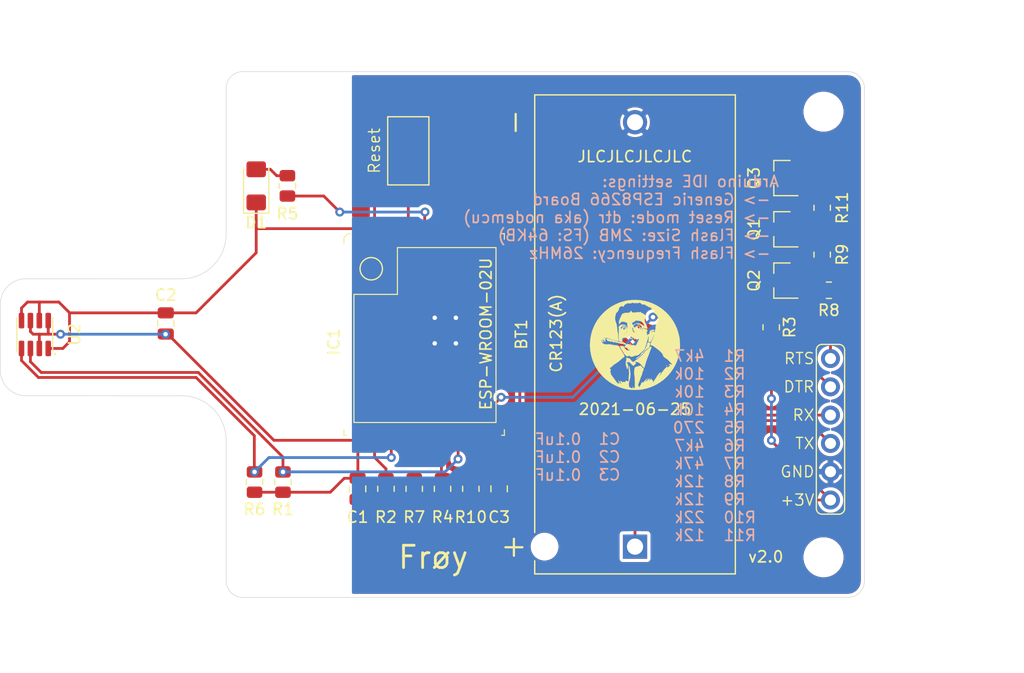
<source format=kicad_pcb>
(kicad_pcb (version 20171130) (host pcbnew "(5.1.10)-1")
  (layers (0 F.Cu signal) (31 B.Cu signal) (34 B.Paste user) (35 F.Paste user) (36 B.SilkS user) (37 F.SilkS user) (38 B.Mask user) (39 F.Mask user) (44 Edge.Cuts user))
  (net 0 "")
  (net 1 GNDREF)
  (net 2 +3V3)
  (net 3 "Net-(IC1-Pad2)")
  (net 4 /BATT_SENS)
  (net 5 "Net-(D1-Pad2)")
  (net 6 /I2C_CLK)
  (net 7 "Net-(IC1-Pad6)")
  (net 8 /I2C_SDA)
  (net 9 /IO0)
  (net 10 /WAKE_UP)
  (net 11 /RST)
  (net 12 /LED)
  (net 13 /TXD)
  (net 14 /RXD)
  (net 15 /RTS)
  (net 16 /DTR)
  (net 17 "Net-(Q1-Pad1)")
  (net 18 "Net-(Q2-Pad1)")
  (net 19 "Net-(Q3-Pad1)")
  (module xrstf:PinHeader_1x06_P2.54mm_Vertical (layer F.Cu) (at 106.025 63.86 180)
    (fp_text reference J1 hide)
    (fp_text value Conn_01x06)
    (pad 1 thru_hole circle (at 0 0 180) (size 1.7 1.7) (drill 1) (layers *.Cu *.Mask) (net 2 +3V3))
    (pad 6 thru_hole oval (at 0 12.7 180) (size 1.7 1.7) (drill 1) (layers *.Cu *.Mask) (net 15 /RTS))
    (pad 5 thru_hole oval (at 0 10.16 180) (size 1.7 1.7) (drill 1) (layers *.Cu *.Mask) (net 16 /DTR))
    (pad 4 thru_hole oval (at 0 7.62 180) (size 1.7 1.7) (drill 1) (layers *.Cu *.Mask) (net 14 /RXD))
    (pad 3 thru_hole oval (at 0 5.08 180) (size 1.7 1.7) (drill 1) (layers *.Cu *.Mask) (net 13 /TXD))
    (pad 2 thru_hole oval (at 0 2.54 180) (size 1.7 1.7) (drill 1) (layers *.Cu *.Mask) (net 1 GNDREF))
  )
  (module xrstf:BME280_680_BMP280 (layer F.Cu) (at 34.605 49.0045 270)
    (fp_text reference U2 (at -0.0045 -3.55 90) (layer F.SilkS))
    (fp_text value BME280)
    (pad 1 smd roundrect (at 1.25 -1.2 180) (size 0.5 1.4) (layers F.Cu F.Paste F.Mask) (net 1 GNDREF))
    (pad 2 smd roundrect (at 1.25 -0.4 180) (size 0.5 1.4) (layers F.Cu F.Paste F.Mask) (net 2 +3V3))
    (pad 3 smd roundrect (at 1.25 0.4 180) (size 0.5 1.4) (layers F.Cu F.Paste F.Mask) (net 8 /I2C_SDA))
    (pad 4 smd roundrect (at 1.25 1.2 180) (size 0.5 1.4) (layers F.Cu F.Paste F.Mask) (net 6 /I2C_CLK))
    (pad 5 smd roundrect (at -1.25 1.2 180) (size 0.5 1.4) (layers F.Cu F.Paste F.Mask) (net 1 GNDREF))
    (pad 6 smd roundrect (at -1.25 0.4 180) (size 0.5 1.4) (layers F.Cu F.Paste F.Mask) (net 2 +3V3))
    (pad 7 smd roundrect (at -1.25 -0.4 180) (size 0.5 1.4) (layers F.Cu F.Paste F.Mask) (net 1 GNDREF))
    (pad 8 smd roundrect (at -1.25 -1.2 180) (size 0.5 1.4) (layers F.Cu F.Paste F.Mask) (net 2 +3V3))
  )
  (module xrstf:ESP-WROOM-02U (layer F.Cu) (at 69.6 49.6 90)
    (fp_text reference IC1 (at -0.05 -8.165 270) (layer F.SilkS))
    (fp_text value ESP-WROOM-02U__4MB_)
    (fp_text user ESP-WROOM-02U (at 0.65 5.5 90) (layer F.SilkS))
    (pad 19 smd rect (at 0.95 1.8 90) (size 4 4) (layers F.Cu F.Paste F.Mask) (net 1 GNDREF))
    (pad 1 smd rect (at -8.9 -6 90) (size 1.5 0.9) (layers F.Cu F.Paste F.Mask) (net 2 +3V3))
    (pad 2 smd rect (at -8.9 -4.5 90) (size 1.5 0.9) (layers F.Cu F.Paste F.Mask) (net 3 "Net-(IC1-Pad2)"))
    (pad 3 smd rect (at -8.9 -3 90) (size 1.5 0.9) (layers F.Cu F.Paste F.Mask) (net 6 /I2C_CLK))
    (pad 4 smd rect (at -8.9 -1.5 90) (size 1.5 0.9) (layers F.Cu F.Paste F.Mask))
    (pad 5 smd rect (at -8.9 0 90) (size 1.5 0.9) (layers F.Cu F.Paste F.Mask))
    (pad 6 smd rect (at -8.9 1.5 90) (size 1.5 0.9) (layers F.Cu F.Paste F.Mask) (net 7 "Net-(IC1-Pad6)"))
    (pad 7 smd rect (at -8.9 3 90) (size 1.5 0.9) (layers F.Cu F.Paste F.Mask) (net 8 /I2C_SDA))
    (pad 8 smd rect (at -8.9 4.5 90) (size 1.5 0.9) (layers F.Cu F.Paste F.Mask) (net 9 /IO0))
    (pad 9 smd rect (at -8.9 6 90) (size 1.5 0.9) (layers F.Cu F.Paste F.Mask) (net 1 GNDREF))
    (pad 18 smd rect (at 10.1 -6 90) (size 1.5 0.9) (layers F.Cu F.Paste F.Mask) (net 1 GNDREF))
    (pad 17 smd rect (at 10.1 -4.5 90) (size 1.5 0.9) (layers F.Cu F.Paste F.Mask) (net 10 /WAKE_UP))
    (pad 16 smd rect (at 10.1 -3 90) (size 1.5 0.9) (layers F.Cu F.Paste F.Mask) (net 4 /BATT_SENS))
    (pad 15 smd rect (at 10.1 -1.5 90) (size 1.5 0.9) (layers F.Cu F.Paste F.Mask) (net 11 /RST))
    (pad 10 smd rect (at 10.1 6 90) (size 1.5 0.9) (layers F.Cu F.Paste F.Mask))
    (pad 13 smd rect (at 10.1 1.5 90) (size 1.5 0.9) (layers F.Cu F.Paste F.Mask) (net 1 GNDREF))
    (pad 14 smd rect (at 10.1 0 90) (size 1.5 0.9) (layers F.Cu F.Paste F.Mask) (net 12 /LED))
    (pad 12 smd rect (at 10.1 3 90) (size 1.5 0.9) (layers F.Cu F.Paste F.Mask) (net 13 /TXD))
    (pad 11 smd rect (at 10.1 4.5 90) (size 1.5 0.9) (layers F.Cu F.Paste F.Mask) (net 14 /RXD))
  )
  (module xrstf:CR123A_Holder_ThroughHole (layer F.Cu) (at 88.48 48.9945 90)
    (fp_text reference BT1 (at 0 -10.2 90) (layer F.SilkS))
    (fp_text value CR123A)
    (fp_text user + (at -19.1055 -11.025 90) (layer F.SilkS) (effects (font (size 2 2) (thickness 0.2))))
    (fp_text user - (at 19.0245 -10.865 90) (layer F.SilkS) (effects (font (size 2 2) (thickness 0.2))))
    (pad 1 thru_hole rect (at -19.05 0 90) (size 2.175 2.175) (drill 1.45) (layers *.Cu *.Mask) (net 2 +3V3))
    (pad 2 thru_hole circle (at 19.05 0 90) (size 2.175 2.175) (drill 1.45) (layers *.Cu *.Mask) (net 1 GNDREF))
    (pad None np_thru_hole circle (at -19.05 -8.12 90) (size 1.9 1.9) (drill 1.9) (layers *.Cu *.Mask))
  )
  (module xrstf:groucho (layer F.Cu) (at 88.473177 49.93)
    (fp_text reference G*** hide)
    (fp_text value LOGO hide)
  )
  (module Resistor_SMD:R_0805_2012Metric (layer F.Cu) (at 105.28 37.63 270)
    (fp_text reference R11 (at 0 -1.8 90) (layer F.SilkS))
    (fp_text value 12k)
    (pad 2 smd roundrect (at 0.9125 0 270) (size 1.025 1.4) (layers F.Cu F.Paste F.Mask) (roundrect_rratio 0.2439014634146341) (net 15 /RTS))
    (pad 1 smd roundrect (at -0.9125 0 270) (size 1.025 1.4) (layers F.Cu F.Paste F.Mask) (roundrect_rratio 0.2439014634146341) (net 19 "Net-(Q3-Pad1)"))
  )
  (module Resistor_SMD:R_0805_2012Metric (layer F.Cu) (at 73.74 62.855 270)
    (fp_text reference R10 (at 2.54 0 180) (layer F.SilkS))
    (fp_text value 22k)
    (pad 2 smd roundrect (at 0.9125 0 270) (size 1.025 1.4) (layers F.Cu F.Paste F.Mask) (roundrect_rratio 0.2439014634146341) (net 1 GNDREF))
    (pad 1 smd roundrect (at -0.9125 0 270) (size 1.025 1.4) (layers F.Cu F.Paste F.Mask) (roundrect_rratio 0.2439014634146341) (net 4 /BATT_SENS))
  )
  (module Resistor_SMD:R_0805_2012Metric (layer F.Cu) (at 105.28 41.83 270)
    (fp_text reference R9 (at 0 -1.8 90) (layer F.SilkS))
    (fp_text value 12k)
    (pad 2 smd roundrect (at 0.9125 0 270) (size 1.025 1.4) (layers F.Cu F.Paste F.Mask) (roundrect_rratio 0.2439014634146341) (net 16 /DTR))
    (pad 1 smd roundrect (at -0.9125 0 270) (size 1.025 1.4) (layers F.Cu F.Paste F.Mask) (roundrect_rratio 0.2439014634146341) (net 17 "Net-(Q1-Pad1)"))
  )
  (module Resistor_SMD:R_0805_2012Metric (layer F.Cu) (at 105.88 45.03)
    (fp_text reference R8 (at 0 1.8) (layer F.SilkS))
    (fp_text value 12k)
    (pad 2 smd roundrect (at 0.9125 0) (size 1.025 1.4) (layers F.Cu F.Paste F.Mask) (roundrect_rratio 0.2439014634146341) (net 15 /RTS))
    (pad 1 smd roundrect (at -0.9125 0) (size 1.025 1.4) (layers F.Cu F.Paste F.Mask) (roundrect_rratio 0.2439014634146341) (net 18 "Net-(Q2-Pad1)"))
  )
  (module Resistor_SMD:R_0805_2012Metric (layer F.Cu) (at 68.66 62.855 90)
    (fp_text reference R7 (at -2.54 0 180) (layer F.SilkS))
    (fp_text value 47k)
    (pad 2 smd roundrect (at 0.9125 0 90) (size 1.025 1.4) (layers F.Cu F.Paste F.Mask) (roundrect_rratio 0.2439014634146341) (net 4 /BATT_SENS))
    (pad 1 smd roundrect (at -0.9125 0 90) (size 1.025 1.4) (layers F.Cu F.Paste F.Mask) (roundrect_rratio 0.2439014634146341) (net 2 +3V3))
  )
  (module Resistor_SMD:R_0805_2012Metric (layer F.Cu) (at 54.325 62.25 90)
    (fp_text reference R6 (at -2.45 0 180) (layer F.SilkS))
    (fp_text value 4k7)
    (pad 2 smd roundrect (at 0.9125 0 90) (size 1.025 1.4) (layers F.Cu F.Paste F.Mask) (roundrect_rratio 0.2439014634146341) (net 6 /I2C_CLK))
    (pad 1 smd roundrect (at -0.9125 0 90) (size 1.025 1.4) (layers F.Cu F.Paste F.Mask) (roundrect_rratio 0.2439014634146341) (net 2 +3V3))
  )
  (module Resistor_SMD:R_0805_2012Metric (layer F.Cu) (at 57.275 35.66 90)
    (fp_text reference R5 (at -2.5 0 180) (layer F.SilkS))
    (fp_text value 2k2)
    (pad 2 smd roundrect (at 0.9125 0 90) (size 1.025 1.4) (layers F.Cu F.Paste F.Mask) (roundrect_rratio 0.2439014634146341) (net 5 "Net-(D1-Pad2)"))
    (pad 1 smd roundrect (at -0.9125 0 90) (size 1.025 1.4) (layers F.Cu F.Paste F.Mask) (roundrect_rratio 0.2439014634146341) (net 12 /LED))
  )
  (module Resistor_SMD:R_0805_2012Metric (layer F.Cu) (at 71.2 62.855 90)
    (fp_text reference R4 (at -2.54 0 180) (layer F.SilkS))
    (fp_text value 10k)
    (pad 2 smd roundrect (at 0.9125 0 90) (size 1.025 1.4) (layers F.Cu F.Paste F.Mask) (roundrect_rratio 0.2439014634146341) (net 7 "Net-(IC1-Pad6)"))
    (pad 1 smd roundrect (at -0.9125 0 90) (size 1.025 1.4) (layers F.Cu F.Paste F.Mask) (roundrect_rratio 0.2439014634146341) (net 1 GNDREF))
  )
  (module Resistor_SMD:R_0805_2012Metric (layer F.Cu) (at 100.705 48.355 270)
    (fp_text reference R3 (at 0 -1.65 90) (layer F.SilkS))
    (fp_text value 10k)
    (pad 2 smd roundrect (at 0.9125 0 270) (size 1.025 1.4) (layers F.Cu F.Paste F.Mask) (roundrect_rratio 0.2439014634146341) (net 2 +3V3))
    (pad 1 smd roundrect (at -0.9125 0 270) (size 1.025 1.4) (layers F.Cu F.Paste F.Mask) (roundrect_rratio 0.2439014634146341) (net 9 /IO0))
  )
  (module Resistor_SMD:R_0805_2012Metric (layer F.Cu) (at 66.12 62.855 90)
    (fp_text reference R2 (at -2.54 0 180) (layer F.SilkS))
    (fp_text value 10k)
    (pad 2 smd roundrect (at 0.9125 0 90) (size 1.025 1.4) (layers F.Cu F.Paste F.Mask) (roundrect_rratio 0.2439014634146341) (net 3 "Net-(IC1-Pad2)"))
    (pad 1 smd roundrect (at -0.9125 0 90) (size 1.025 1.4) (layers F.Cu F.Paste F.Mask) (roundrect_rratio 0.2439014634146341) (net 2 +3V3))
  )
  (module Resistor_SMD:R_0805_2012Metric (layer F.Cu) (at 56.875 62.25 90)
    (fp_text reference R1 (at -2.45 0 180) (layer F.SilkS))
    (fp_text value 4k7)
    (pad 2 smd roundrect (at 0.9125 0 90) (size 1.025 1.4) (layers F.Cu F.Paste F.Mask) (roundrect_rratio 0.2439014634146341) (net 8 /I2C_SDA))
    (pad 1 smd roundrect (at -0.9125 0 90) (size 1.025 1.4) (layers F.Cu F.Paste F.Mask) (roundrect_rratio 0.2439014634146341) (net 2 +3V3))
  )
  (module Capacitor_SMD:C_0805_2012Metric (layer F.Cu) (at 63.575 62.86 270)
    (fp_text reference C1 (at 2.535 0 180) (layer F.SilkS))
    (fp_text value 100nF)
    (pad 2 smd roundrect (at 0.95 0 270) (size 1 1.45) (layers F.Cu F.Paste F.Mask) (net 1 GNDREF))
    (pad 1 smd roundrect (at -0.95 0 270) (size 1 1.45) (layers F.Cu F.Paste F.Mask) (net 2 +3V3))
  )
  (module Capacitor_SMD:C_0805_2012Metric (layer F.Cu) (at 76.28 62.855 90)
    (fp_text reference C3 (at -2.54 0 180) (layer F.SilkS))
    (fp_text value 100nF)
    (pad 2 smd roundrect (at 0.95 0 90) (size 1 1.45) (layers F.Cu F.Paste F.Mask) (net 4 /BATT_SENS))
    (pad 1 smd roundrect (at -0.95 0 90) (size 1 1.45) (layers F.Cu F.Paste F.Mask) (net 1 GNDREF))
  )
  (module Capacitor_SMD:C_0805_2012Metric (layer F.Cu) (at 46.355 48.01 270)
    (fp_text reference C2 (at -2.54 0) (layer F.SilkS))
    (fp_text value 100nF)
    (pad 2 smd roundrect (at 0.95 0 270) (size 1 1.45) (layers F.Cu F.Paste F.Mask) (net 2 +3V3))
    (pad 1 smd roundrect (at -0.95 0 270) (size 1 1.45) (layers F.Cu F.Paste F.Mask) (net 1 GNDREF))
  )
  (module Button_Switch_SMD:SW_SPST_CK_RS282G05A3 (layer F.Cu) (at 68.1282 32.5164 90)
    (fp_text reference SW1 hide)
    (fp_text value SW_SPST)
    (pad 2 smd rect (at 3.9 0 90) (size 1.5 1.5) (layers F.Cu F.Paste F.Mask) (net 1 GNDREF))
    (pad 1 smd rect (at -3.9 0 90) (size 1.5 1.5) (layers F.Cu F.Paste F.Mask) (net 11 /RST))
  )
  (module Package_TO_SOT_SMD:SOT-23 (layer F.Cu) (at 101.7 44.16 180)
    (fp_text reference Q2 (at 2.54 0 90) (layer F.SilkS))
    (fp_text value Q_NPN_BEC)
    (pad 1 smd rect (at -1 -0.95 180) (size 0.9 0.8) (layers F.Cu F.Paste F.Mask) (net 18 "Net-(Q2-Pad1)"))
    (pad 2 smd rect (at -1 0.95 180) (size 0.9 0.8) (layers F.Cu F.Paste F.Mask) (net 16 /DTR))
    (pad 3 smd rect (at 1 0 180) (size 0.9 0.8) (layers F.Cu F.Paste F.Mask) (net 9 /IO0))
  )
  (module MountingHole:MountingHole_3mm (layer F.Cu) (at 55.4 29)
    (fp_text reference H1 hide)
    (fp_text value NW)
    (pad 1 np_thru_hole circle (at 0 0) (size 3 3) (drill 3) (layers *.Cu *.Mask))
  )
  (module MountingHole:MountingHole_3mm (layer F.Cu) (at 105.4 29)
    (fp_text reference H2 hide)
    (fp_text value NE)
    (pad 1 np_thru_hole circle (at 0 0) (size 3 3) (drill 3) (layers *.Cu *.Mask))
  )
  (module MountingHole:MountingHole_3mm (layer F.Cu) (at 55.4 69)
    (fp_text reference H4 hide)
    (fp_text value SW)
    (pad 1 np_thru_hole circle (at 0 0) (size 3 3) (drill 3) (layers *.Cu *.Mask))
  )
  (module MountingHole:MountingHole_3mm (layer F.Cu) (at 105.4 69)
    (fp_text reference H3 hide)
    (fp_text value SE)
    (pad 1 np_thru_hole circle (at 0 0) (size 3 3) (drill 3) (layers *.Cu *.Mask))
  )
  (module Package_TO_SOT_SMD:SOT-23 (layer F.Cu) (at 101.7 34.96 180)
    (fp_text reference Q3 (at 2.54 0 90) (layer F.SilkS))
    (fp_text value Q_NPN_BEC)
    (pad 1 smd rect (at -1 -0.95 180) (size 0.9 0.8) (layers F.Cu F.Paste F.Mask) (net 19 "Net-(Q3-Pad1)"))
    (pad 2 smd rect (at -1 0.95 180) (size 0.9 0.8) (layers F.Cu F.Paste F.Mask) (net 11 /RST))
    (pad 3 smd rect (at 1 0 180) (size 0.9 0.8) (layers F.Cu F.Paste F.Mask) (net 10 /WAKE_UP))
  )
  (module Package_TO_SOT_SMD:SOT-23 (layer F.Cu) (at 101.7 39.56 180)
    (fp_text reference Q1 (at 2.54 0 90) (layer F.SilkS))
    (fp_text value Q_NPN_BEC)
    (pad 1 smd rect (at -1 -0.95 180) (size 0.9 0.8) (layers F.Cu F.Paste F.Mask) (net 17 "Net-(Q1-Pad1)"))
    (pad 2 smd rect (at -1 0.95 180) (size 0.9 0.8) (layers F.Cu F.Paste F.Mask) (net 15 /RTS))
    (pad 3 smd rect (at 1 0 180) (size 0.9 0.8) (layers F.Cu F.Paste F.Mask) (net 11 /RST))
  )
  (module LED_SMD:LED_1206_3216Metric_Pad1.42x1.75mm_HandSolder (layer F.Cu) (at 54.475 35.66 90)
    (fp_text reference D1 (at -3.3 0 180) (layer F.SilkS))
    (fp_text value STATUS)
    (pad 2 smd roundrect (at 1.4875 0 90) (size 1.425 1.75) (layers F.Cu F.Paste F.Mask) (roundrect_rratio 0.1754385964912281) (net 5 "Net-(D1-Pad2)"))
    (pad 1 smd roundrect (at -1.4875 0 90) (size 1.425 1.75) (layers F.Cu F.Paste F.Mask) (roundrect_rratio 0.1754385964912281) (net 1 GNDREF))
  )
  (gr_text JLCJLCJLCJLC (at 88.465 33.03) (layer F.SilkS) (effects (font (size 1 1))))
  (gr_text "Arduino IDE settings:\n -> Generic ESP8266 Board\n -> Reset mode: dtr (aka nodemcu)\n -> Flash Size: 2MB (FS: 64KB)\n -> Flash Frequency: 26MHz" (at 101.495 38.49) (layer B.SilkS) (effects (font (size 1 1)) (justify left mirror)))
  (gr_text "0.1uF\n0.1uF\n0.1uF" (at 83.755 60.01) (layer B.SilkS) (effects (font (size 1 1)) (justify left mirror)))
  (gr_text "C1\nC2\nC3" (at 85.105 59.99) (layer B.SilkS) (effects (font (size 1 1)) (justify right mirror)))
  (gr_text "4k7\n10k\n10k\n10k\n270\n4k7\n47k\n12k\n12k\n22k\n12k" (at 94.835 58.98) (layer B.SilkS) (effects (font (size 1 1)) (justify left mirror)))
  (gr_text "R1\nR2\nR3\nR4\nR5\nR6\nR7\nR8\nR9\nR10\nR11" (at 96.335 58.98) (layer B.SilkS) (effects (font (size 1 1)) (justify right mirror)))
  (gr_text 2021-06-25 (at 88.475 55.71) (layer F.SilkS) (effects (font (size 1 1))))
  (gr_text Reset (at 65.0802 32.5164 90) (layer F.SilkS) (effects (font (size 1 1) (thickness 0.12))))
  (gr_text DTR (at 104.656 53.7) (layer F.SilkS) (effects (font (size 1 1) (thickness 0.12)) (justify right)))
  (gr_text RTS (at 104.656 51.16) (layer F.SilkS) (effects (font (size 1 1) (thickness 0.12)) (justify right)))
  (gr_text Frøy (at 70.365 69.01) (layer F.SilkS) (effects (font (size 2 2) (thickness 0.25))))
  (gr_text v2.0 (at 100.225 68.96) (layer F.SilkS) (effects (font (size 1 1))))
  (gr_text "CR123(A)" (at 81.407 48.8925 90) (layer F.SilkS) (effects (font (size 1 1))))
  (gr_line (start 104.755 50.398) (end 104.755 64.622) (layer F.SilkS) (width 0.12))
  (gr_line (start 106.787 49.89) (end 105.263 49.89) (layer F.SilkS) (width 0.12))
  (gr_line (start 107.295 64.622) (end 107.295 50.398) (layer F.SilkS) (width 0.12))
  (gr_line (start 105.263 65.13) (end 106.787 65.13) (layer F.SilkS) (width 0.12))
  (gr_arc (start 105.263 64.622) (end 104.755 64.622) (angle -90) (layer F.SilkS) (width 0.12))
  (gr_arc (start 106.787 64.622) (end 106.787 65.13) (angle -90) (layer F.SilkS) (width 0.12))
  (gr_arc (start 105.263 50.398) (end 105.263 49.89) (angle -90) (layer F.SilkS) (width 0.12))
  (gr_arc (start 106.787 50.398) (end 107.295 50.398) (angle -90) (layer F.SilkS) (width 0.12))
  (gr_text GND (at 104.656 61.32) (layer F.SilkS) (effects (font (size 1 1) (thickness 0.12)) (justify right)))
  (gr_text +3V (at 104.656 63.86) (layer F.SilkS) (effects (font (size 1 1) (thickness 0.12)) (justify right)))
  (gr_text RX (at 104.656 56.24) (layer F.SilkS) (effects (font (size 1 1) (thickness 0.12)) (justify right)))
  (gr_text TX (at 104.656 58.78) (layer F.SilkS) (effects (font (size 1 1) (thickness 0.12)) (justify right)))
  (gr_arc (start 53.275 71.1045) (end 51.775 71.1045) (angle -90) (layer Edge.Cuts) (width 0.05))
  (gr_arc (start 53.275 26.9045) (end 53.275 25.4045) (angle -90) (layer Edge.Cuts) (width 0.05))
  (gr_arc (start 107.575 71.1045) (end 107.575 72.6045) (angle -90) (layer Edge.Cuts) (width 0.05))
  (gr_arc (start 107.575 26.9045) (end 109.075 26.9045) (angle -90) (layer Edge.Cuts) (width 0.05))
  (gr_arc (start 47.775 58.5) (end 51.775 58.5) (angle -90) (layer Edge.Cuts) (width 0.05))
  (gr_arc (start 47.775 40) (end 47.775 44) (angle -90) (layer Edge.Cuts) (width 0.05))
  (gr_arc (start 33.8 52.2) (end 31.5 52.2) (angle -90) (layer Edge.Cuts) (width 0.05))
  (gr_arc (start 33.8 46.3) (end 33.8 44) (angle -90) (layer Edge.Cuts) (width 0.05))
  (gr_line (start 51.775 26.9045) (end 51.775 40) (layer Edge.Cuts) (width 0.05))
  (gr_line (start 33.8 54.5) (end 47.775 54.5045) (layer Edge.Cuts) (width 0.05))
  (gr_line (start 31.5 46.3) (end 31.5 52.2) (layer Edge.Cuts) (width 0.05))
  (gr_line (start 47.775 44.0045) (end 33.8 44) (layer Edge.Cuts) (width 0.05))
  (gr_line (start 109.075 71.1045) (end 109.075 26.9045) (layer Edge.Cuts) (width 0.05))
  (gr_line (start 53.275 72.6045) (end 107.575 72.6045) (layer Edge.Cuts) (width 0.05))
  (gr_line (start 51.775 58.5) (end 51.775 71.1045) (layer Edge.Cuts) (width 0.05))
  (gr_line (start 107.575 25.4045) (end 53.275 25.4045) (layer Edge.Cuts) (width 0.05))
  (via (at 70.5 49.8) (size 0.8) (drill 0.4) (layers F.Cu B.Cu) (net 1))
  (via (at 72.4 49.8) (size 0.8) (drill 0.4) (layers F.Cu B.Cu) (net 1))
  (via (at 72.4 47.5) (size 0.8) (drill 0.4) (layers F.Cu B.Cu) (net 1))
  (via (at 70.5 47.5) (size 0.8) (drill 0.4) (layers F.Cu B.Cu) (net 1))
  (segment (start 54.515 39.5) (end 54.475 39.46) (width 0.25) (layer F.Cu) (net 1))
  (segment (start 63.6 39.5) (end 54.515 39.5) (width 0.25) (layer F.Cu) (net 1))
  (segment (start 54.475 37.1475) (end 54.475 39.46) (width 0.25) (layer F.Cu) (net 1))
  (segment (start 37.715 49.6569) (end 37.715 47.07) (width 0.25) (layer F.Cu) (net 1))
  (segment (start 37.1174 50.2545) (end 37.715 49.6569) (width 0.25) (layer F.Cu) (net 1))
  (segment (start 35.805 50.2545) (end 37.1174 50.2545) (width 0.25) (layer F.Cu) (net 1))
  (segment (start 54.475 41.66) (end 54.475 39.46) (width 0.25) (layer F.Cu) (net 1))
  (segment (start 37.725 47.06) (end 49.075 47.06) (width 0.25) (layer F.Cu) (net 1))
  (segment (start 49.075 47.06) (end 54.475 41.66) (width 0.25) (layer F.Cu) (net 1))
  (segment (start 33.405 47.7545) (end 33.405 46.63) (width 0.25) (layer F.Cu) (net 1))
  (segment (start 33.405 46.63) (end 33.945 46.09) (width 0.25) (layer F.Cu) (net 1))
  (segment (start 36.755 46.09) (end 37.725 47.06) (width 0.25) (layer F.Cu) (net 1))
  (segment (start 35.005 46.12) (end 35.035 46.09) (width 0.25) (layer F.Cu) (net 1))
  (segment (start 35.005 47.7545) (end 35.005 46.12) (width 0.25) (layer F.Cu) (net 1))
  (segment (start 35.035 46.09) (end 36.755 46.09) (width 0.25) (layer F.Cu) (net 1))
  (segment (start 33.945 46.09) (end 35.035 46.09) (width 0.25) (layer F.Cu) (net 1))
  (segment (start 88.48 65.9364) (end 88.48 68.0445) (width 0.25) (layer F.Cu) (net 2))
  (segment (start 90.5564 63.86) (end 88.48 65.9364) (width 0.25) (layer F.Cu) (net 2))
  (segment (start 106.025 63.86) (end 90.5564 63.86) (width 0.25) (layer F.Cu) (net 2))
  (segment (start 63.6 61.885) (end 63.58 61.905) (width 0.25) (layer F.Cu) (net 2))
  (segment (start 63.6 58.5) (end 63.6 61.885) (width 0.25) (layer F.Cu) (net 2))
  (segment (start 63.92 61.905) (end 63.58 61.905) (width 0.25) (layer F.Cu) (net 2))
  (segment (start 65.7825 63.7675) (end 63.92 61.905) (width 0.25) (layer F.Cu) (net 2))
  (segment (start 66.12 63.7675) (end 65.7825 63.7675) (width 0.25) (layer F.Cu) (net 2))
  (segment (start 66.12 63.7675) (end 68.66 63.7675) (width 0.25) (layer F.Cu) (net 2))
  (segment (start 68.66 64.895) (end 68.66 63.7675) (width 0.25) (layer F.Cu) (net 2))
  (segment (start 69.7014 65.9364) (end 68.66 64.895) (width 0.25) (layer F.Cu) (net 2))
  (segment (start 88.48 65.9364) (end 69.7014 65.9364) (width 0.25) (layer F.Cu) (net 2))
  (segment (start 100.725 58.56) (end 100.725 58.51) (width 0.25) (layer F.Cu) (net 2))
  (via (at 100.725 58.51) (size 0.8) (drill 0.4) (layers F.Cu B.Cu) (net 2))
  (segment (start 106.025 63.86) (end 100.725 58.56) (width 0.25) (layer F.Cu) (net 2))
  (via (at 100.725 54.76) (size 0.8) (drill 0.4) (layers F.Cu B.Cu) (net 2))
  (segment (start 100.725 58.51) (end 100.725 54.76) (width 0.25) (layer B.Cu) (net 2))
  (segment (start 100.725 49.2875) (end 100.705 49.2675) (width 0.25) (layer F.Cu) (net 2))
  (segment (start 100.725 54.76) (end 100.725 49.2875) (width 0.25) (layer F.Cu) (net 2))
  (segment (start 35.005 50.2545) (end 35.005 48.9772) (width 0.25) (layer F.Cu) (net 2))
  (segment (start 34.205 48.7328) (end 34.4494 48.9772) (width 0.25) (layer F.Cu) (net 2))
  (segment (start 34.4494 48.9772) (end 35.005 48.9772) (width 0.25) (layer F.Cu) (net 2))
  (segment (start 34.205 47.7545) (end 34.205 48.7328) (width 0.25) (layer F.Cu) (net 2))
  (segment (start 35.805 48.94) (end 35.8422 48.9772) (width 0.25) (layer F.Cu) (net 2))
  (segment (start 35.805 47.7545) (end 35.805 48.94) (width 0.25) (layer F.Cu) (net 2))
  (via (at 36.9078 48.9772) (size 0.8) (drill 0.4) (layers F.Cu B.Cu) (net 2))
  (segment (start 36.9078 48.9772) (end 35.005 48.9772) (width 0.25) (layer F.Cu) (net 2))
  (segment (start 56.065 58.5) (end 46.525 48.96) (width 0.25) (layer F.Cu) (net 2))
  (segment (start 63.6 58.5) (end 56.065 58.5) (width 0.25) (layer F.Cu) (net 2))
  (segment (start 36.9078 48.9772) (end 46.3378 48.9772) (width 0.25) (layer B.Cu) (net 2))
  (segment (start 46.3378 48.9772) (end 46.3378 48.9772) (width 0.25) (layer B.Cu) (net 2))
  (via (at 46.3378 48.9772) (size 0.8) (drill 0.4) (layers F.Cu B.Cu) (net 2))
  (segment (start 54.325 63.1625) (end 56.875 63.1625) (width 0.25) (layer F.Cu) (net 2))
  (segment (start 62.375 61.91) (end 63.575 61.91) (width 0.25) (layer F.Cu) (net 2))
  (segment (start 61.1225 63.1625) (end 62.375 61.91) (width 0.25) (layer F.Cu) (net 2))
  (segment (start 56.875 63.1625) (end 61.1225 63.1625) (width 0.25) (layer F.Cu) (net 2))
  (segment (start 66.12 61.055) (end 66.12 61.9425) (width 0.25) (layer F.Cu) (net 3))
  (segment (start 65.1 60.035) (end 66.12 61.055) (width 0.25) (layer F.Cu) (net 3))
  (segment (start 65.1 58.5) (end 65.1 60.035) (width 0.25) (layer F.Cu) (net 3))
  (segment (start 73.5925 61.9425) (end 73.74 61.9425) (width 0.25) (layer F.Cu) (net 4))
  (segment (start 72.675 62.86) (end 73.5925 61.9425) (width 0.25) (layer F.Cu) (net 4))
  (segment (start 69.775 62.86) (end 72.675 62.86) (width 0.25) (layer F.Cu) (net 4))
  (segment (start 68.8575 61.9425) (end 69.775 62.86) (width 0.25) (layer F.Cu) (net 4))
  (segment (start 68.66 61.9425) (end 68.8575 61.9425) (width 0.25) (layer F.Cu) (net 4))
  (segment (start 76.53 61.905) (end 76.28 61.905) (width 0.25) (layer F.Cu) (net 4))
  (segment (start 78.1358 60.2992) (end 76.53 61.905) (width 0.25) (layer F.Cu) (net 4))
  (segment (start 78.1358 48.366) (end 78.1358 60.2992) (width 0.25) (layer F.Cu) (net 4))
  (segment (start 74.1226 44.3528) (end 78.1358 48.366) (width 0.25) (layer F.Cu) (net 4))
  (segment (start 69.7792 44.3528) (end 74.1226 44.3528) (width 0.25) (layer F.Cu) (net 4))
  (segment (start 66.6 41.1736) (end 69.7792 44.3528) (width 0.25) (layer F.Cu) (net 4))
  (segment (start 66.6 39.5) (end 66.6 41.1736) (width 0.25) (layer F.Cu) (net 4))
  (segment (start 76.2425 61.9425) (end 76.28 61.905) (width 0.25) (layer F.Cu) (net 4))
  (segment (start 73.74 61.9425) (end 76.2425 61.9425) (width 0.25) (layer F.Cu) (net 4))
  (segment (start 57.275 34.7475) (end 56.3125 34.7475) (width 0.25) (layer F.Cu) (net 5))
  (segment (start 55.7375 34.1725) (end 54.475 34.1725) (width 0.25) (layer F.Cu) (net 5))
  (segment (start 56.3125 34.7475) (end 55.7375 34.1725) (width 0.25) (layer F.Cu) (net 5))
  (via (at 54.325 61.3375) (size 0.8) (drill 0.4) (layers F.Cu B.Cu) (net 6))
  (via (at 66.605 60.05) (size 0.8) (drill 0.4) (layers F.Cu B.Cu) (net 6))
  (segment (start 66.6 60.045) (end 66.605 60.05) (width 0.25) (layer F.Cu) (net 6))
  (segment (start 66.6 58.5) (end 66.6 60.045) (width 0.25) (layer F.Cu) (net 6))
  (segment (start 33.405 51.34) (end 33.405 50.2545) (width 0.25) (layer F.Cu) (net 6))
  (segment (start 49.075 52.86) (end 34.925 52.86) (width 0.25) (layer F.Cu) (net 6))
  (segment (start 54.305 58.09) (end 49.075 52.86) (width 0.25) (layer F.Cu) (net 6))
  (segment (start 34.925 52.86) (end 33.405 51.34) (width 0.25) (layer F.Cu) (net 6))
  (segment (start 54.305 61.3175) (end 54.305 58.09) (width 0.25) (layer F.Cu) (net 6))
  (segment (start 54.325 61.3375) (end 54.305 61.3175) (width 0.25) (layer F.Cu) (net 6))
  (segment (start 55.6125 60.05) (end 54.325 61.3375) (width 0.25) (layer B.Cu) (net 6))
  (segment (start 66.605 60.05) (end 55.6125 60.05) (width 0.25) (layer B.Cu) (net 6))
  (segment (start 71.1 61.8425) (end 71.2 61.9425) (width 0.25) (layer F.Cu) (net 7))
  (segment (start 71.1 58.5) (end 71.1 61.8425) (width 0.25) (layer F.Cu) (net 7))
  (segment (start 56.875 61.3375) (end 56.875 61.3375) (width 0.25) (layer B.Cu) (net 8))
  (via (at 56.875 61.3375) (size 0.8) (drill 0.4) (layers F.Cu B.Cu) (net 8))
  (via (at 72.595 60.18) (size 0.8) (drill 0.4) (layers F.Cu B.Cu) (net 8))
  (segment (start 72.6 60.175) (end 72.595 60.18) (width 0.25) (layer F.Cu) (net 8))
  (segment (start 72.6 58.5) (end 72.6 60.175) (width 0.25) (layer F.Cu) (net 8))
  (segment (start 56.8925 61.32) (end 56.875 61.3375) (width 0.25) (layer B.Cu) (net 8))
  (segment (start 34.205 51.44) (end 34.205 50.2545) (width 0.25) (layer F.Cu) (net 8))
  (segment (start 35.175 52.41) (end 34.205 51.44) (width 0.25) (layer F.Cu) (net 8))
  (segment (start 56.875 60.01) (end 49.275 52.41) (width 0.25) (layer F.Cu) (net 8))
  (segment (start 49.275 52.41) (end 35.175 52.41) (width 0.25) (layer F.Cu) (net 8))
  (segment (start 56.875 61.3375) (end 56.875 60.01) (width 0.25) (layer F.Cu) (net 8))
  (segment (start 56.8825 61.33) (end 56.875 61.3375) (width 0.25) (layer B.Cu) (net 8))
  (segment (start 71.445 61.33) (end 56.8825 61.33) (width 0.25) (layer B.Cu) (net 8))
  (segment (start 72.595 60.18) (end 71.445 61.33) (width 0.25) (layer B.Cu) (net 8))
  (via (at 76.4594 54.6398) (size 0.8) (drill 0.4) (layers F.Cu B.Cu) (net 9))
  (segment (start 74.1 56.9992) (end 76.4594 54.6398) (width 0.25) (layer F.Cu) (net 9))
  (segment (start 74.1 58.5) (end 74.1 56.9992) (width 0.25) (layer F.Cu) (net 9))
  (segment (start 100.7 44.16) (end 100.7 47.437478) (width 0.25) (layer F.Cu) (net 9))
  (segment (start 100.7 47.437478) (end 100.705022 47.4425) (width 0.25) (layer F.Cu) (net 9))
  (via (at 90.092494 47.4425) (size 0.8) (drill 0.4) (layers F.Cu B.Cu) (net 9))
  (segment (start 100.705 47.4425) (end 90.092494 47.4425) (width 0.25) (layer F.Cu) (net 9))
  (segment (start 76.4594 54.6398) (end 82.895194 54.6398) (width 0.25) (layer B.Cu) (net 9))
  (segment (start 82.895194 54.6398) (end 90.092494 47.4425) (width 0.25) (layer B.Cu) (net 9))
  (segment (start 65.1 35.4938) (end 65.1 39.5) (width 0.25) (layer F.Cu) (net 10))
  (segment (start 65.6338 34.96) (end 65.1 35.4938) (width 0.25) (layer F.Cu) (net 10))
  (segment (start 100.7 34.96) (end 65.6338 34.96) (width 0.25) (layer F.Cu) (net 10))
  (segment (start 101.975 34.01) (end 102.7 34.01) (width 0.25) (layer F.Cu) (net 11))
  (segment (start 101.7 34.285) (end 101.975 34.01) (width 0.25) (layer F.Cu) (net 11))
  (segment (start 101.7 36.785) (end 101.7 34.285) (width 0.25) (layer F.Cu) (net 11))
  (segment (start 100.7 37.785) (end 101.7 36.785) (width 0.25) (layer F.Cu) (net 11))
  (segment (start 100.7 39.56) (end 100.7 37.785) (width 0.25) (layer F.Cu) (net 11))
  (segment (start 68.1282 36.4164) (end 68.1282 39.4718) (width 0.25) (layer F.Cu) (net 11))
  (segment (start 69.4606 36.4164) (end 68.1282 36.4164) (width 0.25) (layer F.Cu) (net 11))
  (segment (start 70.4142 35.4628) (end 69.4606 36.4164) (width 0.25) (layer F.Cu) (net 11))
  (segment (start 98.405 35.4628) (end 70.4142 35.4628) (width 0.25) (layer F.Cu) (net 11))
  (segment (start 100.7 37.7578) (end 98.405 35.4628) (width 0.25) (layer F.Cu) (net 11))
  (segment (start 100.7 37.785) (end 100.7 37.7578) (width 0.25) (layer F.Cu) (net 11))
  (via (at 69.625 38.01) (size 0.8) (drill 0.4) (layers F.Cu B.Cu) (net 12))
  (segment (start 69.6 38.035) (end 69.625 38.01) (width 0.25) (layer F.Cu) (net 12))
  (segment (start 69.6 39.5) (end 69.6 38.035) (width 0.25) (layer F.Cu) (net 12))
  (segment (start 69.625 38.01) (end 62.425 38.01) (width 0.25) (layer B.Cu) (net 12))
  (via (at 61.975 38.01) (size 0.8) (drill 0.4) (layers F.Cu B.Cu) (net 12))
  (segment (start 62.425 38.01) (end 61.975 38.01) (width 0.25) (layer B.Cu) (net 12))
  (segment (start 57.275 36.5725) (end 60.5375 36.5725) (width 0.25) (layer F.Cu) (net 12))
  (segment (start 60.5375 36.5725) (end 61.975 38.01) (width 0.25) (layer F.Cu) (net 12))
  (segment (start 74.11 42.63) (end 72.6 41.12) (width 0.25) (layer F.Cu) (net 13))
  (segment (start 81.63 42.63) (end 74.11 42.63) (width 0.25) (layer F.Cu) (net 13))
  (segment (start 95.73 56.73) (end 81.63 42.63) (width 0.25) (layer F.Cu) (net 13))
  (segment (start 72.6 41.12) (end 72.6 39.5) (width 0.25) (layer F.Cu) (net 13))
  (segment (start 103.975 56.73) (end 95.73 56.73) (width 0.25) (layer F.Cu) (net 13))
  (segment (start 106.025 58.78) (end 103.975 56.73) (width 0.25) (layer F.Cu) (net 13))
  (segment (start 74.1 41.79) (end 74.1 39.5) (width 0.25) (layer F.Cu) (net 14))
  (segment (start 74.45 42.14) (end 74.1 41.79) (width 0.25) (layer F.Cu) (net 14))
  (segment (start 81.87 42.14) (end 74.45 42.14) (width 0.25) (layer F.Cu) (net 14))
  (segment (start 95.97 56.24) (end 81.87 42.14) (width 0.25) (layer F.Cu) (net 14))
  (segment (start 106.025 56.24) (end 95.97 56.24) (width 0.25) (layer F.Cu) (net 14))
  (segment (start 102.7675 38.5425) (end 102.7 38.61) (width 0.25) (layer F.Cu) (net 15))
  (segment (start 105.28 38.5425) (end 102.7675 38.5425) (width 0.25) (layer F.Cu) (net 15))
  (segment (start 106.1925 38.5425) (end 105.28 38.5425) (width 0.25) (layer F.Cu) (net 15))
  (segment (start 106.78 39.13) (end 106.1925 38.5425) (width 0.25) (layer F.Cu) (net 15))
  (segment (start 106.78 48.04) (end 106.78 39.13) (width 0.25) (layer F.Cu) (net 15))
  (segment (start 106.025 48.795) (end 106.78 48.04) (width 0.25) (layer F.Cu) (net 15))
  (segment (start 106.025 51.16) (end 106.025 48.795) (width 0.25) (layer F.Cu) (net 15))
  (segment (start 104.05 51.725) (end 106.025 53.7) (width 0.25) (layer F.Cu) (net 16))
  (segment (start 104.05 48.425) (end 104.05 51.725) (width 0.25) (layer F.Cu) (net 16))
  (segment (start 105.88 46.595) (end 104.05 48.425) (width 0.25) (layer F.Cu) (net 16))
  (segment (start 105.88 44.155) (end 105.88 46.595) (width 0.25) (layer F.Cu) (net 16))
  (segment (start 105.28 43.555) (end 105.88 44.155) (width 0.25) (layer F.Cu) (net 16))
  (segment (start 105.28 42.7425) (end 105.28 43.555) (width 0.25) (layer F.Cu) (net 16))
  (segment (start 103.6 43.21) (end 102.7 43.21) (width 0.25) (layer F.Cu) (net 16))
  (segment (start 104.0675 42.7425) (end 103.6 43.21) (width 0.25) (layer F.Cu) (net 16))
  (segment (start 105.105 42.7425) (end 104.0675 42.7425) (width 0.25) (layer F.Cu) (net 16))
  (segment (start 105.1925 42.83) (end 105.105 42.7425) (width 0.25) (layer F.Cu) (net 16))
  (segment (start 105.0425 40.955) (end 105.28 40.7175) (width 0.25) (layer F.Cu) (net 17))
  (segment (start 104.155 40.955) (end 105.0425 40.955) (width 0.25) (layer F.Cu) (net 17))
  (segment (start 103.71 40.51) (end 104.155 40.955) (width 0.25) (layer F.Cu) (net 17))
  (segment (start 102.7 40.51) (end 103.71 40.51) (width 0.25) (layer F.Cu) (net 17))
  (segment (start 104.8875 45.11) (end 104.9675 45.03) (width 0.25) (layer F.Cu) (net 18))
  (segment (start 102.7 45.11) (end 104.8875 45.11) (width 0.25) (layer F.Cu) (net 18))
  (segment (start 102.7 35.91) (end 103.56 35.91) (width 0.25) (layer F.Cu) (net 19))
  (segment (start 104.3675 36.7175) (end 105.28 36.7175) (width 0.25) (layer F.Cu) (net 19))
  (segment (start 103.56 35.91) (end 104.3675 36.7175) (width 0.25) (layer F.Cu) (net 19))
  (zone (net 1) (net_name GNDREF) (layer F.Cu) (connect_pads (clearance 0.3)) (min_thickness 0.254) (fill yes (arc_segments 32) (thermal_gap 0.25) (thermal_bridge_width 0.508))
    (polygon (pts (xy 110.175 25.2045) (xy 110.175 72.8045) (xy 63.075 72.76) (xy 63.075 25.16)))
  )
  (zone (net 0) (net_name "") (layer F.Cu) (connect_pads (clearance 0.3)) (min_thickness 0.254)
    (keepout (tracks allowed) (vias allowed) (copperpour not_allowed))
    (fill (arc_segments 32) (thermal_gap 0.508) (thermal_bridge_width 0.508))
    (polygon (pts (xy 64.705803 62.349197) (xy 64.725 62.33) (xy 64.725 62.34959) (xy 64.745 62.35) (xy 64.725 62.35) (xy 64.725 63.25) (xy 62.175 63.26) (xy 62.305 62.3)))
  )
  (zone (net 1) (net_name GNDREF) (layer B.Cu) (connect_pads (clearance 0.3)) (min_thickness 0.254) (fill yes (arc_segments 32) (thermal_gap 0.25) (thermal_bridge_width 0.508))
    (polygon (pts (xy 110.165 25.152677) (xy 110.165 72.752677) (xy 63.065 72.708177) (xy 63.065 25.108177)))
  )
)
</source>
